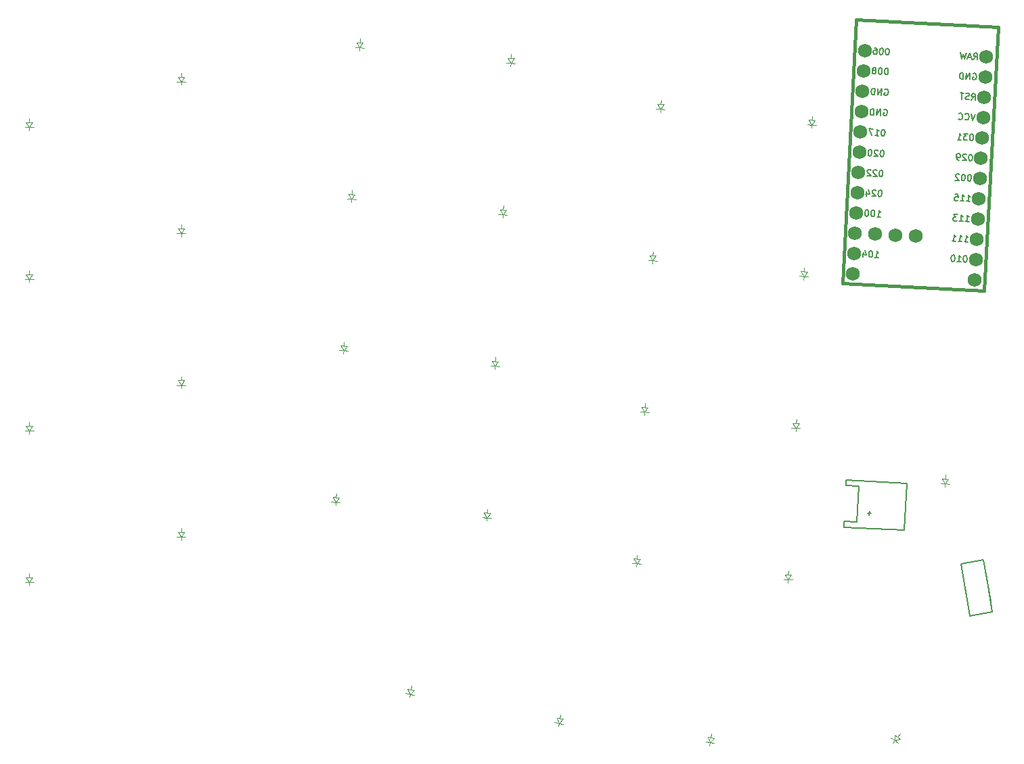
<source format=gbr>
%TF.GenerationSoftware,KiCad,Pcbnew,8.0.4*%
%TF.CreationDate,2024-09-16T15:22:01-06:00*%
%TF.ProjectId,left_board,6c656674-5f62-46f6-9172-642e6b696361,v1.0.0*%
%TF.SameCoordinates,Original*%
%TF.FileFunction,Legend,Bot*%
%TF.FilePolarity,Positive*%
%FSLAX46Y46*%
G04 Gerber Fmt 4.6, Leading zero omitted, Abs format (unit mm)*
G04 Created by KiCad (PCBNEW 8.0.4) date 2024-09-16 15:22:01*
%MOMM*%
%LPD*%
G01*
G04 APERTURE LIST*
%ADD10C,0.150000*%
%ADD11C,0.100000*%
%ADD12C,0.381000*%
%ADD13C,1.752600*%
G04 APERTURE END LIST*
D10*
X264597928Y-113675807D02*
X264521842Y-113671820D01*
X264521842Y-113671820D02*
X264443762Y-113705875D01*
X264443762Y-113705875D02*
X264403725Y-113741925D01*
X264403725Y-113741925D02*
X264361695Y-113816017D01*
X264361695Y-113816017D02*
X264315676Y-113966195D01*
X264315676Y-113966195D02*
X264305708Y-114156410D01*
X264305708Y-114156410D02*
X264335776Y-114310576D01*
X264335776Y-114310576D02*
X264369831Y-114388656D01*
X264369831Y-114388656D02*
X264405881Y-114428693D01*
X264405881Y-114428693D02*
X264479973Y-114470723D01*
X264479973Y-114470723D02*
X264556059Y-114474711D01*
X264556059Y-114474711D02*
X264634139Y-114440655D01*
X264634139Y-114440655D02*
X264674176Y-114404606D01*
X264674176Y-114404606D02*
X264716206Y-114330514D01*
X264716206Y-114330514D02*
X264762224Y-114180335D01*
X264762224Y-114180335D02*
X264772193Y-113990120D01*
X264772193Y-113990120D02*
X264742125Y-113835954D01*
X264742125Y-113835954D02*
X264708069Y-113757875D01*
X264708069Y-113757875D02*
X264672020Y-113717838D01*
X264672020Y-113717838D02*
X264597928Y-113675807D01*
X264023294Y-113721987D02*
X263987245Y-113681950D01*
X263987245Y-113681950D02*
X263913153Y-113639920D01*
X263913153Y-113639920D02*
X263722938Y-113629951D01*
X263722938Y-113629951D02*
X263644858Y-113664007D01*
X263644858Y-113664007D02*
X263604821Y-113700056D01*
X263604821Y-113700056D02*
X263562791Y-113774148D01*
X263562791Y-113774148D02*
X263558803Y-113850234D01*
X263558803Y-113850234D02*
X263590865Y-113966357D01*
X263590865Y-113966357D02*
X264023456Y-114446798D01*
X264023456Y-114446798D02*
X263528897Y-114420880D01*
X263262434Y-113682112D02*
X263226384Y-113642075D01*
X263226384Y-113642075D02*
X263152292Y-113600045D01*
X263152292Y-113600045D02*
X262962077Y-113590076D01*
X262962077Y-113590076D02*
X262883997Y-113624132D01*
X262883997Y-113624132D02*
X262843960Y-113660181D01*
X262843960Y-113660181D02*
X262801930Y-113734273D01*
X262801930Y-113734273D02*
X262797942Y-113810359D01*
X262797942Y-113810359D02*
X262830004Y-113926482D01*
X262830004Y-113926482D02*
X263262595Y-114406923D01*
X263262595Y-114406923D02*
X262768036Y-114381005D01*
X263759595Y-124576872D02*
X264216111Y-124600797D01*
X263987853Y-124588834D02*
X264029722Y-123789931D01*
X264029722Y-123789931D02*
X264099826Y-123908047D01*
X264099826Y-123908047D02*
X264171925Y-123988121D01*
X264171925Y-123988121D02*
X264246017Y-124030151D01*
X263306904Y-123752049D02*
X263230818Y-123748062D01*
X263230818Y-123748062D02*
X263152738Y-123782117D01*
X263152738Y-123782117D02*
X263112701Y-123818167D01*
X263112701Y-123818167D02*
X263070671Y-123892259D01*
X263070671Y-123892259D02*
X263024653Y-124042437D01*
X263024653Y-124042437D02*
X263014684Y-124232652D01*
X263014684Y-124232652D02*
X263044752Y-124386818D01*
X263044752Y-124386818D02*
X263078807Y-124464898D01*
X263078807Y-124464898D02*
X263114857Y-124504935D01*
X263114857Y-124504935D02*
X263188949Y-124546965D01*
X263188949Y-124546965D02*
X263265035Y-124550953D01*
X263265035Y-124550953D02*
X263343115Y-124516897D01*
X263343115Y-124516897D02*
X263383152Y-124480848D01*
X263383152Y-124480848D02*
X263425182Y-124406756D01*
X263425182Y-124406756D02*
X263471200Y-124256577D01*
X263471200Y-124256577D02*
X263481169Y-124066362D01*
X263481169Y-124066362D02*
X263451101Y-123912196D01*
X263451101Y-123912196D02*
X263417045Y-123834117D01*
X263417045Y-123834117D02*
X263380996Y-123794080D01*
X263380996Y-123794080D02*
X263306904Y-123752049D01*
X262341872Y-123968507D02*
X262313959Y-124501109D01*
X262548037Y-123674131D02*
X262708346Y-124254745D01*
X262708346Y-124254745D02*
X262213786Y-124228827D01*
X275791635Y-111688918D02*
X275715549Y-111684931D01*
X275715549Y-111684931D02*
X275637469Y-111718986D01*
X275637469Y-111718986D02*
X275597432Y-111755036D01*
X275597432Y-111755036D02*
X275555402Y-111829128D01*
X275555402Y-111829128D02*
X275509383Y-111979306D01*
X275509383Y-111979306D02*
X275499415Y-112169521D01*
X275499415Y-112169521D02*
X275529483Y-112323687D01*
X275529483Y-112323687D02*
X275563538Y-112401767D01*
X275563538Y-112401767D02*
X275599588Y-112441804D01*
X275599588Y-112441804D02*
X275673680Y-112483834D01*
X275673680Y-112483834D02*
X275749766Y-112487822D01*
X275749766Y-112487822D02*
X275827846Y-112453766D01*
X275827846Y-112453766D02*
X275867883Y-112417717D01*
X275867883Y-112417717D02*
X275909913Y-112343625D01*
X275909913Y-112343625D02*
X275955931Y-112193446D01*
X275955931Y-112193446D02*
X275965900Y-112003231D01*
X275965900Y-112003231D02*
X275935832Y-111849065D01*
X275935832Y-111849065D02*
X275901776Y-111770986D01*
X275901776Y-111770986D02*
X275865727Y-111730949D01*
X275865727Y-111730949D02*
X275791635Y-111688918D01*
X275217001Y-111735098D02*
X275180952Y-111695061D01*
X275180952Y-111695061D02*
X275106860Y-111653031D01*
X275106860Y-111653031D02*
X274916645Y-111643062D01*
X274916645Y-111643062D02*
X274838565Y-111677118D01*
X274838565Y-111677118D02*
X274798528Y-111713167D01*
X274798528Y-111713167D02*
X274756498Y-111787259D01*
X274756498Y-111787259D02*
X274752510Y-111863345D01*
X274752510Y-111863345D02*
X274784572Y-111979468D01*
X274784572Y-111979468D02*
X275217163Y-112459909D01*
X275217163Y-112459909D02*
X274722604Y-112433991D01*
X274342173Y-112414053D02*
X274190001Y-112406078D01*
X274190001Y-112406078D02*
X274115909Y-112364048D01*
X274115909Y-112364048D02*
X274079860Y-112324011D01*
X274079860Y-112324011D02*
X274009755Y-112205894D01*
X274009755Y-112205894D02*
X273979687Y-112051728D01*
X273979687Y-112051728D02*
X273995637Y-111747384D01*
X273995637Y-111747384D02*
X274037667Y-111673292D01*
X274037667Y-111673292D02*
X274077704Y-111637243D01*
X274077704Y-111637243D02*
X274155784Y-111603187D01*
X274155784Y-111603187D02*
X274307956Y-111611162D01*
X274307956Y-111611162D02*
X274382048Y-111653193D01*
X274382048Y-111653193D02*
X274418098Y-111693229D01*
X274418098Y-111693229D02*
X274452153Y-111771309D01*
X274452153Y-111771309D02*
X274442184Y-111961524D01*
X274442184Y-111961524D02*
X274400154Y-112035617D01*
X274400154Y-112035617D02*
X274360117Y-112071666D01*
X274360117Y-112071666D02*
X274282037Y-112105721D01*
X274282037Y-112105721D02*
X274129865Y-112097746D01*
X274129865Y-112097746D02*
X274055773Y-112055716D01*
X274055773Y-112055716D02*
X274019724Y-112015679D01*
X274019724Y-112015679D02*
X273985668Y-111937599D01*
X276103764Y-99788946D02*
X276390003Y-99422472D01*
X276560281Y-99812871D02*
X276602149Y-99013967D01*
X276602149Y-99013967D02*
X276297805Y-98998017D01*
X276297805Y-98998017D02*
X276219725Y-99032073D01*
X276219725Y-99032073D02*
X276179689Y-99068122D01*
X276179689Y-99068122D02*
X276137658Y-99142214D01*
X276137658Y-99142214D02*
X276131677Y-99256343D01*
X276131677Y-99256343D02*
X276165732Y-99334423D01*
X276165732Y-99334423D02*
X276201782Y-99374460D01*
X276201782Y-99374460D02*
X276275874Y-99416490D01*
X276275874Y-99416490D02*
X276580218Y-99432440D01*
X275811383Y-99544737D02*
X275430952Y-99524800D01*
X275875506Y-99776983D02*
X275651074Y-98964123D01*
X275651074Y-98964123D02*
X275342904Y-99749071D01*
X275194558Y-98940198D02*
X274962474Y-99729133D01*
X274962474Y-99729133D02*
X274840208Y-99150513D01*
X274840208Y-99150513D02*
X274658130Y-99713183D01*
X274658130Y-99713183D02*
X274509783Y-98904311D01*
X265397098Y-98426734D02*
X265321012Y-98422747D01*
X265321012Y-98422747D02*
X265242932Y-98456802D01*
X265242932Y-98456802D02*
X265202895Y-98492852D01*
X265202895Y-98492852D02*
X265160865Y-98566944D01*
X265160865Y-98566944D02*
X265114846Y-98717122D01*
X265114846Y-98717122D02*
X265104878Y-98907337D01*
X265104878Y-98907337D02*
X265134946Y-99061503D01*
X265134946Y-99061503D02*
X265169001Y-99139583D01*
X265169001Y-99139583D02*
X265205051Y-99179620D01*
X265205051Y-99179620D02*
X265279143Y-99221650D01*
X265279143Y-99221650D02*
X265355229Y-99225638D01*
X265355229Y-99225638D02*
X265433309Y-99191582D01*
X265433309Y-99191582D02*
X265473346Y-99155533D01*
X265473346Y-99155533D02*
X265515376Y-99081441D01*
X265515376Y-99081441D02*
X265561394Y-98931262D01*
X265561394Y-98931262D02*
X265571363Y-98741047D01*
X265571363Y-98741047D02*
X265541295Y-98586881D01*
X265541295Y-98586881D02*
X265507239Y-98508802D01*
X265507239Y-98508802D02*
X265471190Y-98468765D01*
X265471190Y-98468765D02*
X265397098Y-98426734D01*
X264636237Y-98386859D02*
X264560151Y-98382872D01*
X264560151Y-98382872D02*
X264482071Y-98416927D01*
X264482071Y-98416927D02*
X264442034Y-98452977D01*
X264442034Y-98452977D02*
X264400004Y-98527069D01*
X264400004Y-98527069D02*
X264353986Y-98677247D01*
X264353986Y-98677247D02*
X264344017Y-98867462D01*
X264344017Y-98867462D02*
X264374085Y-99021628D01*
X264374085Y-99021628D02*
X264408140Y-99099708D01*
X264408140Y-99099708D02*
X264444190Y-99139745D01*
X264444190Y-99139745D02*
X264518282Y-99181775D01*
X264518282Y-99181775D02*
X264594368Y-99185763D01*
X264594368Y-99185763D02*
X264672448Y-99151707D01*
X264672448Y-99151707D02*
X264712485Y-99115658D01*
X264712485Y-99115658D02*
X264754515Y-99041566D01*
X264754515Y-99041566D02*
X264800533Y-98891387D01*
X264800533Y-98891387D02*
X264810502Y-98701172D01*
X264810502Y-98701172D02*
X264780434Y-98547006D01*
X264780434Y-98547006D02*
X264746378Y-98468927D01*
X264746378Y-98468927D02*
X264710329Y-98428890D01*
X264710329Y-98428890D02*
X264636237Y-98386859D01*
X263685161Y-98337016D02*
X263837333Y-98344991D01*
X263837333Y-98344991D02*
X263911425Y-98387021D01*
X263911425Y-98387021D02*
X263947475Y-98427058D01*
X263947475Y-98427058D02*
X264017579Y-98545174D01*
X264017579Y-98545174D02*
X264047647Y-98699340D01*
X264047647Y-98699340D02*
X264031697Y-99003685D01*
X264031697Y-99003685D02*
X263989667Y-99077777D01*
X263989667Y-99077777D02*
X263949630Y-99113826D01*
X263949630Y-99113826D02*
X263871550Y-99147882D01*
X263871550Y-99147882D02*
X263719378Y-99139907D01*
X263719378Y-99139907D02*
X263645286Y-99097876D01*
X263645286Y-99097876D02*
X263609237Y-99057839D01*
X263609237Y-99057839D02*
X263575181Y-98979760D01*
X263575181Y-98979760D02*
X263585150Y-98789544D01*
X263585150Y-98789544D02*
X263627180Y-98715452D01*
X263627180Y-98715452D02*
X263667217Y-98679403D01*
X263667217Y-98679403D02*
X263745297Y-98645347D01*
X263745297Y-98645347D02*
X263897469Y-98653322D01*
X263897469Y-98653322D02*
X263971561Y-98695353D01*
X263971561Y-98695353D02*
X264007611Y-98735390D01*
X264007611Y-98735390D02*
X264041666Y-98813469D01*
X274951732Y-122619942D02*
X275408248Y-122643867D01*
X275179990Y-122631904D02*
X275221859Y-121833001D01*
X275221859Y-121833001D02*
X275291963Y-121951117D01*
X275291963Y-121951117D02*
X275364062Y-122031191D01*
X275364062Y-122031191D02*
X275438154Y-122073221D01*
X274190871Y-122580067D02*
X274647387Y-122603992D01*
X274419129Y-122592029D02*
X274460998Y-121793126D01*
X274460998Y-121793126D02*
X274531103Y-121911242D01*
X274531103Y-121911242D02*
X274603201Y-121991316D01*
X274603201Y-121991316D02*
X274677293Y-122033346D01*
X273430010Y-122540192D02*
X273886526Y-122564117D01*
X273658268Y-122552154D02*
X273700137Y-121753251D01*
X273700137Y-121753251D02*
X273770242Y-121871367D01*
X273770242Y-121871367D02*
X273842340Y-121951441D01*
X273842340Y-121951441D02*
X273916433Y-121993471D01*
X264882173Y-106068354D02*
X264960253Y-106034298D01*
X264960253Y-106034298D02*
X265074382Y-106040279D01*
X265074382Y-106040279D02*
X265186518Y-106084304D01*
X265186518Y-106084304D02*
X265258616Y-106164377D01*
X265258616Y-106164377D02*
X265292672Y-106242457D01*
X265292672Y-106242457D02*
X265322740Y-106396623D01*
X265322740Y-106396623D02*
X265316758Y-106510752D01*
X265316758Y-106510752D02*
X265270740Y-106660930D01*
X265270740Y-106660930D02*
X265228710Y-106735023D01*
X265228710Y-106735023D02*
X265148636Y-106807121D01*
X265148636Y-106807121D02*
X265032513Y-106839183D01*
X265032513Y-106839183D02*
X264956427Y-106835195D01*
X264956427Y-106835195D02*
X264844292Y-106791171D01*
X264844292Y-106791171D02*
X264808243Y-106751134D01*
X264808243Y-106751134D02*
X264822199Y-106484833D01*
X264822199Y-106484833D02*
X264974371Y-106492808D01*
X264461868Y-106809277D02*
X264503737Y-106010373D01*
X264503737Y-106010373D02*
X264005352Y-106785352D01*
X264005352Y-106785352D02*
X264047220Y-105986448D01*
X263624922Y-106765414D02*
X263666790Y-105966511D01*
X263666790Y-105966511D02*
X263476575Y-105956542D01*
X263476575Y-105956542D02*
X263360452Y-105988604D01*
X263360452Y-105988604D02*
X263280379Y-106060702D01*
X263280379Y-106060702D02*
X263238348Y-106134794D01*
X263238348Y-106134794D02*
X263192330Y-106284973D01*
X263192330Y-106284973D02*
X263186349Y-106399102D01*
X263186349Y-106399102D02*
X263216417Y-106553268D01*
X263216417Y-106553268D02*
X263250473Y-106631348D01*
X263250473Y-106631348D02*
X263322571Y-106711421D01*
X263322571Y-106711421D02*
X263434706Y-106755445D01*
X263434706Y-106755445D02*
X263624922Y-106765414D01*
X275084665Y-120083423D02*
X275541181Y-120107348D01*
X275312923Y-120095385D02*
X275354792Y-119296482D01*
X275354792Y-119296482D02*
X275424896Y-119414598D01*
X275424896Y-119414598D02*
X275496995Y-119494672D01*
X275496995Y-119494672D02*
X275571087Y-119536702D01*
X274323804Y-120043548D02*
X274780320Y-120067473D01*
X274552062Y-120055510D02*
X274593931Y-119256607D01*
X274593931Y-119256607D02*
X274664036Y-119374723D01*
X274664036Y-119374723D02*
X274736134Y-119454797D01*
X274736134Y-119454797D02*
X274810226Y-119496827D01*
X274099371Y-119230688D02*
X273604812Y-119204769D01*
X273604812Y-119204769D02*
X273855163Y-119523070D01*
X273855163Y-119523070D02*
X273741034Y-119517088D01*
X273741034Y-119517088D02*
X273662954Y-119551144D01*
X273662954Y-119551144D02*
X273622917Y-119587193D01*
X273622917Y-119587193D02*
X273580887Y-119661285D01*
X273580887Y-119661285D02*
X273570918Y-119851501D01*
X273570918Y-119851501D02*
X273604974Y-119929580D01*
X273604974Y-119929580D02*
X273641023Y-119969617D01*
X273641023Y-119969617D02*
X273715115Y-120011648D01*
X273715115Y-120011648D02*
X273943373Y-120023610D01*
X273943373Y-120023610D02*
X274021453Y-119989555D01*
X274021453Y-119989555D02*
X274061490Y-119953505D01*
X265015107Y-103531835D02*
X265093187Y-103497779D01*
X265093187Y-103497779D02*
X265207316Y-103503760D01*
X265207316Y-103503760D02*
X265319452Y-103547785D01*
X265319452Y-103547785D02*
X265391550Y-103627858D01*
X265391550Y-103627858D02*
X265425606Y-103705938D01*
X265425606Y-103705938D02*
X265455674Y-103860104D01*
X265455674Y-103860104D02*
X265449692Y-103974233D01*
X265449692Y-103974233D02*
X265403674Y-104124411D01*
X265403674Y-104124411D02*
X265361644Y-104198504D01*
X265361644Y-104198504D02*
X265281570Y-104270602D01*
X265281570Y-104270602D02*
X265165447Y-104302664D01*
X265165447Y-104302664D02*
X265089361Y-104298676D01*
X265089361Y-104298676D02*
X264977226Y-104254652D01*
X264977226Y-104254652D02*
X264941177Y-104214615D01*
X264941177Y-104214615D02*
X264955133Y-103948314D01*
X264955133Y-103948314D02*
X265107305Y-103956289D01*
X264594802Y-104272758D02*
X264636671Y-103473854D01*
X264636671Y-103473854D02*
X264138286Y-104248833D01*
X264138286Y-104248833D02*
X264180154Y-103449929D01*
X263757856Y-104228895D02*
X263799724Y-103429992D01*
X263799724Y-103429992D02*
X263609509Y-103420023D01*
X263609509Y-103420023D02*
X263493386Y-103452085D01*
X263493386Y-103452085D02*
X263413313Y-103524183D01*
X263413313Y-103524183D02*
X263371282Y-103598275D01*
X263371282Y-103598275D02*
X263325264Y-103748454D01*
X263325264Y-103748454D02*
X263319283Y-103862583D01*
X263319283Y-103862583D02*
X263349351Y-104016749D01*
X263349351Y-104016749D02*
X263383407Y-104094829D01*
X263383407Y-104094829D02*
X263455505Y-104174902D01*
X263455505Y-104174902D02*
X263567640Y-104218926D01*
X263567640Y-104218926D02*
X263757856Y-104228895D01*
X276323803Y-106629837D02*
X276015633Y-107414784D01*
X276015633Y-107414784D02*
X275791200Y-106601924D01*
X275030502Y-107286860D02*
X275066551Y-107326897D01*
X275066551Y-107326897D02*
X275178687Y-107370921D01*
X275178687Y-107370921D02*
X275254773Y-107374909D01*
X275254773Y-107374909D02*
X275370895Y-107342847D01*
X275370895Y-107342847D02*
X275450969Y-107270749D01*
X275450969Y-107270749D02*
X275493000Y-107196656D01*
X275493000Y-107196656D02*
X275539018Y-107046478D01*
X275539018Y-107046478D02*
X275544999Y-106932349D01*
X275544999Y-106932349D02*
X275514931Y-106778183D01*
X275514931Y-106778183D02*
X275480875Y-106700103D01*
X275480875Y-106700103D02*
X275408777Y-106620030D01*
X275408777Y-106620030D02*
X275296641Y-106576005D01*
X275296641Y-106576005D02*
X275220555Y-106572018D01*
X275220555Y-106572018D02*
X275104432Y-106604080D01*
X275104432Y-106604080D02*
X275064396Y-106640129D01*
X274231598Y-107244992D02*
X274267648Y-107285028D01*
X274267648Y-107285028D02*
X274379783Y-107329053D01*
X274379783Y-107329053D02*
X274455869Y-107333040D01*
X274455869Y-107333040D02*
X274571992Y-107300978D01*
X274571992Y-107300978D02*
X274652065Y-107228880D01*
X274652065Y-107228880D02*
X274694096Y-107154788D01*
X274694096Y-107154788D02*
X274740114Y-107004609D01*
X274740114Y-107004609D02*
X274746095Y-106890480D01*
X274746095Y-106890480D02*
X274716027Y-106736314D01*
X274716027Y-106736314D02*
X274681972Y-106658234D01*
X274681972Y-106658234D02*
X274609873Y-106578161D01*
X274609873Y-106578161D02*
X274497738Y-106534137D01*
X274497738Y-106534137D02*
X274421652Y-106530149D01*
X274421652Y-106530149D02*
X274305529Y-106562211D01*
X274305529Y-106562211D02*
X274265492Y-106598260D01*
X275126968Y-124371513D02*
X275050882Y-124367526D01*
X275050882Y-124367526D02*
X274972802Y-124401581D01*
X274972802Y-124401581D02*
X274932765Y-124437631D01*
X274932765Y-124437631D02*
X274890735Y-124511723D01*
X274890735Y-124511723D02*
X274844716Y-124661901D01*
X274844716Y-124661901D02*
X274834748Y-124852116D01*
X274834748Y-124852116D02*
X274864816Y-125006282D01*
X274864816Y-125006282D02*
X274898871Y-125084362D01*
X274898871Y-125084362D02*
X274934921Y-125124399D01*
X274934921Y-125124399D02*
X275009013Y-125166429D01*
X275009013Y-125166429D02*
X275085099Y-125170417D01*
X275085099Y-125170417D02*
X275163179Y-125136361D01*
X275163179Y-125136361D02*
X275203216Y-125100312D01*
X275203216Y-125100312D02*
X275245246Y-125026220D01*
X275245246Y-125026220D02*
X275291264Y-124876041D01*
X275291264Y-124876041D02*
X275301233Y-124685826D01*
X275301233Y-124685826D02*
X275271165Y-124531660D01*
X275271165Y-124531660D02*
X275237109Y-124453581D01*
X275237109Y-124453581D02*
X275201060Y-124413544D01*
X275201060Y-124413544D02*
X275126968Y-124371513D01*
X274057937Y-125116586D02*
X274514453Y-125140511D01*
X274286195Y-125128548D02*
X274328064Y-124329645D01*
X274328064Y-124329645D02*
X274398169Y-124447761D01*
X274398169Y-124447761D02*
X274470267Y-124527835D01*
X274470267Y-124527835D02*
X274544359Y-124569865D01*
X273605246Y-124291763D02*
X273529160Y-124287776D01*
X273529160Y-124287776D02*
X273451080Y-124321831D01*
X273451080Y-124321831D02*
X273411043Y-124357881D01*
X273411043Y-124357881D02*
X273369013Y-124431973D01*
X273369013Y-124431973D02*
X273322995Y-124582151D01*
X273322995Y-124582151D02*
X273313026Y-124772366D01*
X273313026Y-124772366D02*
X273343094Y-124926532D01*
X273343094Y-124926532D02*
X273377150Y-125004612D01*
X273377150Y-125004612D02*
X273413199Y-125044649D01*
X273413199Y-125044649D02*
X273487291Y-125086679D01*
X273487291Y-125086679D02*
X273563377Y-125090667D01*
X273563377Y-125090667D02*
X273641457Y-125056611D01*
X273641457Y-125056611D02*
X273681494Y-125020562D01*
X273681494Y-125020562D02*
X273723524Y-124946470D01*
X273723524Y-124946470D02*
X273769542Y-124796291D01*
X273769542Y-124796291D02*
X273779511Y-124606076D01*
X273779511Y-124606076D02*
X273749443Y-124451910D01*
X273749443Y-124451910D02*
X273715388Y-124373831D01*
X273715388Y-124373831D02*
X273679338Y-124333794D01*
X273679338Y-124333794D02*
X273605246Y-124291763D01*
X276048748Y-101566598D02*
X276126828Y-101532542D01*
X276126828Y-101532542D02*
X276240957Y-101538523D01*
X276240957Y-101538523D02*
X276353093Y-101582548D01*
X276353093Y-101582548D02*
X276425191Y-101662621D01*
X276425191Y-101662621D02*
X276459247Y-101740701D01*
X276459247Y-101740701D02*
X276489315Y-101894867D01*
X276489315Y-101894867D02*
X276483333Y-102008996D01*
X276483333Y-102008996D02*
X276437315Y-102159174D01*
X276437315Y-102159174D02*
X276395285Y-102233267D01*
X276395285Y-102233267D02*
X276315211Y-102305365D01*
X276315211Y-102305365D02*
X276199088Y-102337427D01*
X276199088Y-102337427D02*
X276123002Y-102333439D01*
X276123002Y-102333439D02*
X276010867Y-102289415D01*
X276010867Y-102289415D02*
X275974818Y-102249378D01*
X275974818Y-102249378D02*
X275988774Y-101983077D01*
X275988774Y-101983077D02*
X276140946Y-101991052D01*
X275628443Y-102307521D02*
X275670312Y-101508617D01*
X275670312Y-101508617D02*
X275171927Y-102283596D01*
X275171927Y-102283596D02*
X275213795Y-101484692D01*
X274791497Y-102263658D02*
X274833365Y-101464755D01*
X274833365Y-101464755D02*
X274643150Y-101454786D01*
X274643150Y-101454786D02*
X274527027Y-101486848D01*
X274527027Y-101486848D02*
X274446954Y-101558946D01*
X274446954Y-101558946D02*
X274404923Y-101633038D01*
X274404923Y-101633038D02*
X274358905Y-101783217D01*
X274358905Y-101783217D02*
X274352924Y-101897346D01*
X274352924Y-101897346D02*
X274382992Y-102051512D01*
X274382992Y-102051512D02*
X274417048Y-102129592D01*
X274417048Y-102129592D02*
X274489146Y-102209665D01*
X274489146Y-102209665D02*
X274601281Y-102253689D01*
X274601281Y-102253689D02*
X274791497Y-102263658D01*
X275658702Y-114225437D02*
X275582616Y-114221450D01*
X275582616Y-114221450D02*
X275504536Y-114255505D01*
X275504536Y-114255505D02*
X275464499Y-114291555D01*
X275464499Y-114291555D02*
X275422469Y-114365647D01*
X275422469Y-114365647D02*
X275376450Y-114515825D01*
X275376450Y-114515825D02*
X275366482Y-114706040D01*
X275366482Y-114706040D02*
X275396550Y-114860206D01*
X275396550Y-114860206D02*
X275430605Y-114938286D01*
X275430605Y-114938286D02*
X275466655Y-114978323D01*
X275466655Y-114978323D02*
X275540747Y-115020353D01*
X275540747Y-115020353D02*
X275616833Y-115024341D01*
X275616833Y-115024341D02*
X275694913Y-114990285D01*
X275694913Y-114990285D02*
X275734950Y-114954236D01*
X275734950Y-114954236D02*
X275776980Y-114880144D01*
X275776980Y-114880144D02*
X275822998Y-114729965D01*
X275822998Y-114729965D02*
X275832967Y-114539750D01*
X275832967Y-114539750D02*
X275802899Y-114385584D01*
X275802899Y-114385584D02*
X275768843Y-114307505D01*
X275768843Y-114307505D02*
X275732794Y-114267468D01*
X275732794Y-114267468D02*
X275658702Y-114225437D01*
X274897841Y-114185562D02*
X274821755Y-114181575D01*
X274821755Y-114181575D02*
X274743675Y-114215630D01*
X274743675Y-114215630D02*
X274703638Y-114251680D01*
X274703638Y-114251680D02*
X274661608Y-114325772D01*
X274661608Y-114325772D02*
X274615590Y-114475950D01*
X274615590Y-114475950D02*
X274605621Y-114666165D01*
X274605621Y-114666165D02*
X274635689Y-114820331D01*
X274635689Y-114820331D02*
X274669744Y-114898411D01*
X274669744Y-114898411D02*
X274705794Y-114938448D01*
X274705794Y-114938448D02*
X274779886Y-114980478D01*
X274779886Y-114980478D02*
X274855972Y-114984466D01*
X274855972Y-114984466D02*
X274934052Y-114950410D01*
X274934052Y-114950410D02*
X274974089Y-114914361D01*
X274974089Y-114914361D02*
X275016119Y-114840269D01*
X275016119Y-114840269D02*
X275062137Y-114690090D01*
X275062137Y-114690090D02*
X275072106Y-114499875D01*
X275072106Y-114499875D02*
X275042038Y-114345709D01*
X275042038Y-114345709D02*
X275007982Y-114267630D01*
X275007982Y-114267630D02*
X274971933Y-114227593D01*
X274971933Y-114227593D02*
X274897841Y-114185562D01*
X274323208Y-114231742D02*
X274287158Y-114191705D01*
X274287158Y-114191705D02*
X274213066Y-114149675D01*
X274213066Y-114149675D02*
X274022851Y-114139706D01*
X274022851Y-114139706D02*
X273944771Y-114173762D01*
X273944771Y-114173762D02*
X273904734Y-114209811D01*
X273904734Y-114209811D02*
X273862704Y-114283903D01*
X273862704Y-114283903D02*
X273858716Y-114359989D01*
X273858716Y-114359989D02*
X273890778Y-114476112D01*
X273890778Y-114476112D02*
X274323369Y-114956553D01*
X274323369Y-114956553D02*
X273828810Y-114930635D01*
X264025461Y-119503834D02*
X264481977Y-119527759D01*
X264253719Y-119515796D02*
X264295588Y-118716893D01*
X264295588Y-118716893D02*
X264365692Y-118835009D01*
X264365692Y-118835009D02*
X264437791Y-118915083D01*
X264437791Y-118915083D02*
X264511883Y-118957113D01*
X263572770Y-118679011D02*
X263496684Y-118675024D01*
X263496684Y-118675024D02*
X263418604Y-118709079D01*
X263418604Y-118709079D02*
X263378567Y-118745129D01*
X263378567Y-118745129D02*
X263336537Y-118819221D01*
X263336537Y-118819221D02*
X263290519Y-118969399D01*
X263290519Y-118969399D02*
X263280550Y-119159614D01*
X263280550Y-119159614D02*
X263310618Y-119313780D01*
X263310618Y-119313780D02*
X263344673Y-119391860D01*
X263344673Y-119391860D02*
X263380723Y-119431897D01*
X263380723Y-119431897D02*
X263454815Y-119473927D01*
X263454815Y-119473927D02*
X263530901Y-119477915D01*
X263530901Y-119477915D02*
X263608981Y-119443859D01*
X263608981Y-119443859D02*
X263649018Y-119407810D01*
X263649018Y-119407810D02*
X263691048Y-119333718D01*
X263691048Y-119333718D02*
X263737066Y-119183539D01*
X263737066Y-119183539D02*
X263747035Y-118993324D01*
X263747035Y-118993324D02*
X263716967Y-118839158D01*
X263716967Y-118839158D02*
X263682911Y-118761079D01*
X263682911Y-118761079D02*
X263646862Y-118721042D01*
X263646862Y-118721042D02*
X263572770Y-118679011D01*
X262811909Y-118639136D02*
X262735823Y-118635149D01*
X262735823Y-118635149D02*
X262657743Y-118669204D01*
X262657743Y-118669204D02*
X262617706Y-118705254D01*
X262617706Y-118705254D02*
X262575676Y-118779346D01*
X262575676Y-118779346D02*
X262529658Y-118929524D01*
X262529658Y-118929524D02*
X262519689Y-119119739D01*
X262519689Y-119119739D02*
X262549757Y-119273905D01*
X262549757Y-119273905D02*
X262583813Y-119351985D01*
X262583813Y-119351985D02*
X262619862Y-119392022D01*
X262619862Y-119392022D02*
X262693954Y-119434052D01*
X262693954Y-119434052D02*
X262770040Y-119438040D01*
X262770040Y-119438040D02*
X262848120Y-119403984D01*
X262848120Y-119403984D02*
X262888157Y-119367935D01*
X262888157Y-119367935D02*
X262930187Y-119293843D01*
X262930187Y-119293843D02*
X262976205Y-119143664D01*
X262976205Y-119143664D02*
X262986174Y-118953449D01*
X262986174Y-118953449D02*
X262956106Y-118799283D01*
X262956106Y-118799283D02*
X262922051Y-118721204D01*
X262922051Y-118721204D02*
X262886001Y-118681167D01*
X262886001Y-118681167D02*
X262811909Y-118639136D01*
X265267828Y-100893349D02*
X265191742Y-100889362D01*
X265191742Y-100889362D02*
X265113662Y-100923417D01*
X265113662Y-100923417D02*
X265073625Y-100959467D01*
X265073625Y-100959467D02*
X265031595Y-101033559D01*
X265031595Y-101033559D02*
X264985576Y-101183737D01*
X264985576Y-101183737D02*
X264975608Y-101373952D01*
X264975608Y-101373952D02*
X265005676Y-101528118D01*
X265005676Y-101528118D02*
X265039731Y-101606198D01*
X265039731Y-101606198D02*
X265075781Y-101646235D01*
X265075781Y-101646235D02*
X265149873Y-101688265D01*
X265149873Y-101688265D02*
X265225959Y-101692253D01*
X265225959Y-101692253D02*
X265304039Y-101658197D01*
X265304039Y-101658197D02*
X265344076Y-101622148D01*
X265344076Y-101622148D02*
X265386106Y-101548056D01*
X265386106Y-101548056D02*
X265432124Y-101397877D01*
X265432124Y-101397877D02*
X265442093Y-101207662D01*
X265442093Y-101207662D02*
X265412025Y-101053496D01*
X265412025Y-101053496D02*
X265377969Y-100975417D01*
X265377969Y-100975417D02*
X265341920Y-100935380D01*
X265341920Y-100935380D02*
X265267828Y-100893349D01*
X264506967Y-100853474D02*
X264430881Y-100849487D01*
X264430881Y-100849487D02*
X264352801Y-100883542D01*
X264352801Y-100883542D02*
X264312764Y-100919592D01*
X264312764Y-100919592D02*
X264270734Y-100993684D01*
X264270734Y-100993684D02*
X264224716Y-101143862D01*
X264224716Y-101143862D02*
X264214747Y-101334077D01*
X264214747Y-101334077D02*
X264244815Y-101488243D01*
X264244815Y-101488243D02*
X264278870Y-101566323D01*
X264278870Y-101566323D02*
X264314920Y-101606360D01*
X264314920Y-101606360D02*
X264389012Y-101648390D01*
X264389012Y-101648390D02*
X264465098Y-101652378D01*
X264465098Y-101652378D02*
X264543178Y-101618322D01*
X264543178Y-101618322D02*
X264583215Y-101582273D01*
X264583215Y-101582273D02*
X264625245Y-101508181D01*
X264625245Y-101508181D02*
X264671263Y-101358002D01*
X264671263Y-101358002D02*
X264681232Y-101167787D01*
X264681232Y-101167787D02*
X264651164Y-101013621D01*
X264651164Y-101013621D02*
X264617108Y-100935542D01*
X264617108Y-100935542D02*
X264581059Y-100895505D01*
X264581059Y-100895505D02*
X264506967Y-100853474D01*
X263766205Y-101157980D02*
X263844285Y-101123925D01*
X263844285Y-101123925D02*
X263884322Y-101087876D01*
X263884322Y-101087876D02*
X263926352Y-101013783D01*
X263926352Y-101013783D02*
X263928346Y-100975740D01*
X263928346Y-100975740D02*
X263894291Y-100897660D01*
X263894291Y-100897660D02*
X263858241Y-100857624D01*
X263858241Y-100857624D02*
X263784149Y-100815593D01*
X263784149Y-100815593D02*
X263631977Y-100807618D01*
X263631977Y-100807618D02*
X263553897Y-100841674D01*
X263553897Y-100841674D02*
X263513860Y-100877723D01*
X263513860Y-100877723D02*
X263471830Y-100951815D01*
X263471830Y-100951815D02*
X263469836Y-100989858D01*
X263469836Y-100989858D02*
X263503892Y-101067938D01*
X263503892Y-101067938D02*
X263539941Y-101107975D01*
X263539941Y-101107975D02*
X263614033Y-101150005D01*
X263614033Y-101150005D02*
X263766205Y-101157980D01*
X263766205Y-101157980D02*
X263840298Y-101200011D01*
X263840298Y-101200011D02*
X263876347Y-101240048D01*
X263876347Y-101240048D02*
X263910402Y-101318127D01*
X263910402Y-101318127D02*
X263902427Y-101470300D01*
X263902427Y-101470300D02*
X263860397Y-101544392D01*
X263860397Y-101544392D02*
X263820360Y-101580441D01*
X263820360Y-101580441D02*
X263742280Y-101614497D01*
X263742280Y-101614497D02*
X263590108Y-101606522D01*
X263590108Y-101606522D02*
X263516016Y-101564491D01*
X263516016Y-101564491D02*
X263479967Y-101524454D01*
X263479967Y-101524454D02*
X263445911Y-101446375D01*
X263445911Y-101446375D02*
X263453886Y-101294202D01*
X263453886Y-101294202D02*
X263495917Y-101220110D01*
X263495917Y-101220110D02*
X263535953Y-101184061D01*
X263535953Y-101184061D02*
X263614033Y-101150005D01*
X275837896Y-104861983D02*
X276124135Y-104495509D01*
X276294412Y-104885908D02*
X276336281Y-104087005D01*
X276336281Y-104087005D02*
X276031937Y-104071055D01*
X276031937Y-104071055D02*
X275953857Y-104105110D01*
X275953857Y-104105110D02*
X275913820Y-104141160D01*
X275913820Y-104141160D02*
X275871790Y-104215252D01*
X275871790Y-104215252D02*
X275865809Y-104329381D01*
X275865809Y-104329381D02*
X275899864Y-104407461D01*
X275899864Y-104407461D02*
X275935913Y-104447498D01*
X275935913Y-104447498D02*
X276010006Y-104489528D01*
X276010006Y-104489528D02*
X276314350Y-104505478D01*
X275535546Y-104807990D02*
X275419423Y-104840052D01*
X275419423Y-104840052D02*
X275229208Y-104830083D01*
X275229208Y-104830083D02*
X275155115Y-104788053D01*
X275155115Y-104788053D02*
X275119066Y-104748016D01*
X275119066Y-104748016D02*
X275085010Y-104669936D01*
X275085010Y-104669936D02*
X275088998Y-104593850D01*
X275088998Y-104593850D02*
X275131028Y-104519758D01*
X275131028Y-104519758D02*
X275171065Y-104483709D01*
X275171065Y-104483709D02*
X275249145Y-104449653D01*
X275249145Y-104449653D02*
X275403311Y-104419585D01*
X275403311Y-104419585D02*
X275481391Y-104385529D01*
X275481391Y-104385529D02*
X275521427Y-104349480D01*
X275521427Y-104349480D02*
X275563458Y-104275388D01*
X275563458Y-104275388D02*
X275567446Y-104199302D01*
X275567446Y-104199302D02*
X275533390Y-104121222D01*
X275533390Y-104121222D02*
X275497341Y-104081185D01*
X275497341Y-104081185D02*
X275423248Y-104039155D01*
X275423248Y-104039155D02*
X275233033Y-104029186D01*
X275233033Y-104029186D02*
X275116910Y-104061248D01*
X274890646Y-104011242D02*
X274434129Y-103987317D01*
X274620519Y-104798183D02*
X274662388Y-103999280D01*
X264864841Y-108582797D02*
X264788755Y-108578810D01*
X264788755Y-108578810D02*
X264710675Y-108612865D01*
X264710675Y-108612865D02*
X264670638Y-108648915D01*
X264670638Y-108648915D02*
X264628608Y-108723007D01*
X264628608Y-108723007D02*
X264582589Y-108873185D01*
X264582589Y-108873185D02*
X264572621Y-109063400D01*
X264572621Y-109063400D02*
X264602689Y-109217566D01*
X264602689Y-109217566D02*
X264636744Y-109295646D01*
X264636744Y-109295646D02*
X264672794Y-109335683D01*
X264672794Y-109335683D02*
X264746886Y-109377713D01*
X264746886Y-109377713D02*
X264822972Y-109381701D01*
X264822972Y-109381701D02*
X264901052Y-109347645D01*
X264901052Y-109347645D02*
X264941089Y-109311596D01*
X264941089Y-109311596D02*
X264983119Y-109237504D01*
X264983119Y-109237504D02*
X265029137Y-109087325D01*
X265029137Y-109087325D02*
X265039106Y-108897110D01*
X265039106Y-108897110D02*
X265009038Y-108742944D01*
X265009038Y-108742944D02*
X264974982Y-108664865D01*
X264974982Y-108664865D02*
X264938933Y-108624828D01*
X264938933Y-108624828D02*
X264864841Y-108582797D01*
X263795810Y-109327870D02*
X264252326Y-109351795D01*
X264024068Y-109339832D02*
X264065937Y-108540929D01*
X264065937Y-108540929D02*
X264136042Y-108659045D01*
X264136042Y-108659045D02*
X264208140Y-108739119D01*
X264208140Y-108739119D02*
X264282232Y-108781149D01*
X263571377Y-108515010D02*
X263038775Y-108487097D01*
X263038775Y-108487097D02*
X263339293Y-109303945D01*
X275924568Y-109152399D02*
X275848482Y-109148412D01*
X275848482Y-109148412D02*
X275770402Y-109182467D01*
X275770402Y-109182467D02*
X275730365Y-109218517D01*
X275730365Y-109218517D02*
X275688335Y-109292609D01*
X275688335Y-109292609D02*
X275642316Y-109442787D01*
X275642316Y-109442787D02*
X275632348Y-109633002D01*
X275632348Y-109633002D02*
X275662416Y-109787168D01*
X275662416Y-109787168D02*
X275696471Y-109865248D01*
X275696471Y-109865248D02*
X275732521Y-109905285D01*
X275732521Y-109905285D02*
X275806613Y-109947315D01*
X275806613Y-109947315D02*
X275882699Y-109951303D01*
X275882699Y-109951303D02*
X275960779Y-109917247D01*
X275960779Y-109917247D02*
X276000816Y-109881198D01*
X276000816Y-109881198D02*
X276042846Y-109807106D01*
X276042846Y-109807106D02*
X276088864Y-109656927D01*
X276088864Y-109656927D02*
X276098833Y-109466712D01*
X276098833Y-109466712D02*
X276068765Y-109312546D01*
X276068765Y-109312546D02*
X276034709Y-109234467D01*
X276034709Y-109234467D02*
X275998660Y-109194430D01*
X275998660Y-109194430D02*
X275924568Y-109152399D01*
X275391965Y-109124487D02*
X274897406Y-109098568D01*
X274897406Y-109098568D02*
X275147757Y-109416869D01*
X275147757Y-109416869D02*
X275033628Y-109410887D01*
X275033628Y-109410887D02*
X274955548Y-109444943D01*
X274955548Y-109444943D02*
X274915511Y-109480992D01*
X274915511Y-109480992D02*
X274873481Y-109555084D01*
X274873481Y-109555084D02*
X274863512Y-109745300D01*
X274863512Y-109745300D02*
X274897567Y-109823379D01*
X274897567Y-109823379D02*
X274933617Y-109863416D01*
X274933617Y-109863416D02*
X275007709Y-109905447D01*
X275007709Y-109905447D02*
X275235967Y-109917409D01*
X275235967Y-109917409D02*
X275314047Y-109883354D01*
X275314047Y-109883354D02*
X275354084Y-109847304D01*
X274094676Y-109857597D02*
X274551192Y-109881522D01*
X274322934Y-109869559D02*
X274364803Y-109070656D01*
X274364803Y-109070656D02*
X274434908Y-109188772D01*
X274434908Y-109188772D02*
X274507006Y-109268846D01*
X274507006Y-109268846D02*
X274581099Y-109310876D01*
X275217598Y-117546904D02*
X275674114Y-117570829D01*
X275445856Y-117558866D02*
X275487725Y-116759963D01*
X275487725Y-116759963D02*
X275557829Y-116878079D01*
X275557829Y-116878079D02*
X275629928Y-116958153D01*
X275629928Y-116958153D02*
X275704020Y-117000183D01*
X274456737Y-117507029D02*
X274913253Y-117530954D01*
X274684995Y-117518991D02*
X274726864Y-116720088D01*
X274726864Y-116720088D02*
X274796969Y-116838204D01*
X274796969Y-116838204D02*
X274869067Y-116918278D01*
X274869067Y-116918278D02*
X274943159Y-116960308D01*
X273775788Y-116670244D02*
X274156218Y-116690181D01*
X274156218Y-116690181D02*
X274174324Y-117072605D01*
X274174324Y-117072605D02*
X274138274Y-117032569D01*
X274138274Y-117032569D02*
X274064182Y-116990538D01*
X274064182Y-116990538D02*
X273873967Y-116980569D01*
X273873967Y-116980569D02*
X273795887Y-117014625D01*
X273795887Y-117014625D02*
X273755850Y-117050674D01*
X273755850Y-117050674D02*
X273713820Y-117124766D01*
X273713820Y-117124766D02*
X273703851Y-117314982D01*
X273703851Y-117314982D02*
X273737907Y-117393061D01*
X273737907Y-117393061D02*
X273773956Y-117433098D01*
X273773956Y-117433098D02*
X273848048Y-117475129D01*
X273848048Y-117475129D02*
X274038263Y-117485097D01*
X274038263Y-117485097D02*
X274116343Y-117451042D01*
X274116343Y-117451042D02*
X274156380Y-117414993D01*
X264728768Y-111179233D02*
X264652682Y-111175246D01*
X264652682Y-111175246D02*
X264574602Y-111209301D01*
X264574602Y-111209301D02*
X264534565Y-111245351D01*
X264534565Y-111245351D02*
X264492535Y-111319443D01*
X264492535Y-111319443D02*
X264446516Y-111469621D01*
X264446516Y-111469621D02*
X264436548Y-111659836D01*
X264436548Y-111659836D02*
X264466616Y-111814002D01*
X264466616Y-111814002D02*
X264500671Y-111892082D01*
X264500671Y-111892082D02*
X264536721Y-111932119D01*
X264536721Y-111932119D02*
X264610813Y-111974149D01*
X264610813Y-111974149D02*
X264686899Y-111978137D01*
X264686899Y-111978137D02*
X264764979Y-111944081D01*
X264764979Y-111944081D02*
X264805016Y-111908032D01*
X264805016Y-111908032D02*
X264847046Y-111833940D01*
X264847046Y-111833940D02*
X264893064Y-111683761D01*
X264893064Y-111683761D02*
X264903033Y-111493546D01*
X264903033Y-111493546D02*
X264872965Y-111339380D01*
X264872965Y-111339380D02*
X264838909Y-111261301D01*
X264838909Y-111261301D02*
X264802860Y-111221264D01*
X264802860Y-111221264D02*
X264728768Y-111179233D01*
X264154134Y-111225413D02*
X264118085Y-111185376D01*
X264118085Y-111185376D02*
X264043993Y-111143346D01*
X264043993Y-111143346D02*
X263853778Y-111133377D01*
X263853778Y-111133377D02*
X263775698Y-111167433D01*
X263775698Y-111167433D02*
X263735661Y-111203482D01*
X263735661Y-111203482D02*
X263693631Y-111277574D01*
X263693631Y-111277574D02*
X263689643Y-111353660D01*
X263689643Y-111353660D02*
X263721705Y-111469783D01*
X263721705Y-111469783D02*
X264154296Y-111950224D01*
X264154296Y-111950224D02*
X263659737Y-111924306D01*
X263207046Y-111099483D02*
X263130960Y-111095496D01*
X263130960Y-111095496D02*
X263052880Y-111129551D01*
X263052880Y-111129551D02*
X263012843Y-111165601D01*
X263012843Y-111165601D02*
X262970813Y-111239693D01*
X262970813Y-111239693D02*
X262924795Y-111389871D01*
X262924795Y-111389871D02*
X262914826Y-111580086D01*
X262914826Y-111580086D02*
X262944894Y-111734252D01*
X262944894Y-111734252D02*
X262978950Y-111812332D01*
X262978950Y-111812332D02*
X263014999Y-111852369D01*
X263014999Y-111852369D02*
X263089091Y-111894399D01*
X263089091Y-111894399D02*
X263165177Y-111898387D01*
X263165177Y-111898387D02*
X263243257Y-111864331D01*
X263243257Y-111864331D02*
X263283294Y-111828282D01*
X263283294Y-111828282D02*
X263325324Y-111754190D01*
X263325324Y-111754190D02*
X263371342Y-111604011D01*
X263371342Y-111604011D02*
X263381311Y-111413796D01*
X263381311Y-111413796D02*
X263351243Y-111259630D01*
X263351243Y-111259630D02*
X263317188Y-111181551D01*
X263317188Y-111181551D02*
X263281138Y-111141514D01*
X263281138Y-111141514D02*
X263207046Y-111099483D01*
X264466565Y-116182367D02*
X264390479Y-116178380D01*
X264390479Y-116178380D02*
X264312399Y-116212435D01*
X264312399Y-116212435D02*
X264272362Y-116248485D01*
X264272362Y-116248485D02*
X264230332Y-116322577D01*
X264230332Y-116322577D02*
X264184313Y-116472755D01*
X264184313Y-116472755D02*
X264174345Y-116662970D01*
X264174345Y-116662970D02*
X264204413Y-116817136D01*
X264204413Y-116817136D02*
X264238468Y-116895216D01*
X264238468Y-116895216D02*
X264274518Y-116935253D01*
X264274518Y-116935253D02*
X264348610Y-116977283D01*
X264348610Y-116977283D02*
X264424696Y-116981271D01*
X264424696Y-116981271D02*
X264502776Y-116947215D01*
X264502776Y-116947215D02*
X264542813Y-116911166D01*
X264542813Y-116911166D02*
X264584843Y-116837074D01*
X264584843Y-116837074D02*
X264630861Y-116686895D01*
X264630861Y-116686895D02*
X264640830Y-116496680D01*
X264640830Y-116496680D02*
X264610762Y-116342514D01*
X264610762Y-116342514D02*
X264576706Y-116264435D01*
X264576706Y-116264435D02*
X264540657Y-116224398D01*
X264540657Y-116224398D02*
X264466565Y-116182367D01*
X263891931Y-116228547D02*
X263855882Y-116188510D01*
X263855882Y-116188510D02*
X263781790Y-116146480D01*
X263781790Y-116146480D02*
X263591575Y-116136511D01*
X263591575Y-116136511D02*
X263513495Y-116170567D01*
X263513495Y-116170567D02*
X263473458Y-116206616D01*
X263473458Y-116206616D02*
X263431428Y-116280708D01*
X263431428Y-116280708D02*
X263427440Y-116356794D01*
X263427440Y-116356794D02*
X263459502Y-116472917D01*
X263459502Y-116472917D02*
X263892093Y-116953358D01*
X263892093Y-116953358D02*
X263397534Y-116927440D01*
X262740672Y-116358950D02*
X262712759Y-116891552D01*
X262946837Y-116064574D02*
X263107146Y-116645188D01*
X263107146Y-116645188D02*
X262612586Y-116619270D01*
%TO.C,T1*%
X274536318Y-162994254D02*
X275682396Y-169493985D01*
X275682396Y-169493985D02*
X278489097Y-168999088D01*
X277343020Y-162499356D02*
X274536318Y-162994254D01*
X277916059Y-165749222D02*
X277343020Y-162499356D01*
X277916059Y-165749222D02*
X278489097Y-168999088D01*
X278254673Y-167669597D02*
X277577446Y-163828847D01*
D11*
%TO.C,D13*%
X214872724Y-156557365D02*
X215671628Y-156599234D01*
X215219840Y-157576929D02*
X215240774Y-157177477D01*
X215240774Y-157177477D02*
X214691528Y-157148693D01*
X215240774Y-157177477D02*
X214872724Y-156557365D01*
X215240774Y-157177477D02*
X215790021Y-157206262D01*
X215272176Y-156578300D02*
X215298344Y-156078985D01*
X215671628Y-156599234D02*
X215240774Y-157177477D01*
%TO.C,D25*%
X205317682Y-178623353D02*
X206102984Y-178776000D01*
X205519524Y-179681303D02*
X205595848Y-179288653D01*
X205595848Y-179288653D02*
X205055953Y-179183708D01*
X205595848Y-179288653D02*
X205317682Y-178623353D01*
X205595848Y-179288653D02*
X206135743Y-179393597D01*
X205710333Y-178699676D02*
X205805738Y-178208863D01*
X206102984Y-178776000D02*
X205595848Y-179288653D01*
%TO.C,D19*%
X235586201Y-124359799D02*
X236385105Y-124401668D01*
X235933317Y-125379363D02*
X235954251Y-124979911D01*
X235954251Y-124979911D02*
X235405005Y-124951127D01*
X235954251Y-124979911D02*
X235586201Y-124359799D01*
X235954251Y-124979911D02*
X236503498Y-125008696D01*
X235985653Y-124380734D02*
X236011821Y-123881419D01*
X236385105Y-124401668D02*
X235954251Y-124979911D01*
D12*
%TO.C,MCU1*%
X259698338Y-127816467D02*
X277453972Y-128747001D01*
X261426472Y-94841720D02*
X259698338Y-127816467D01*
X277453972Y-128747001D02*
X279182105Y-95772254D01*
X279182105Y-95772254D02*
X261426472Y-94841720D01*
D11*
%TO.C,D14*%
X215867107Y-137583404D02*
X216666011Y-137625273D01*
X216214223Y-138602968D02*
X216235157Y-138203516D01*
X216235157Y-138203516D02*
X215685911Y-138174732D01*
X216235157Y-138203516D02*
X215867107Y-137583404D01*
X216235157Y-138203516D02*
X216784404Y-138232301D01*
X216266559Y-137604339D02*
X216292727Y-137105024D01*
X216666011Y-137625273D02*
X216235157Y-138203516D01*
%TO.C,D21*%
X252519060Y-164300734D02*
X253317964Y-164342603D01*
X252866176Y-165320298D02*
X252887110Y-164920846D01*
X252887110Y-164920846D02*
X252337864Y-164892062D01*
X252887110Y-164920846D02*
X252519060Y-164300734D01*
X252887110Y-164920846D02*
X253436357Y-164949631D01*
X252918512Y-164321669D02*
X252944680Y-163822354D01*
X253317964Y-164342603D02*
X252887110Y-164920846D01*
%TO.C,D7*%
X176579120Y-120980988D02*
X177379120Y-120980988D01*
X176979120Y-120980988D02*
X176979120Y-120480988D01*
X176979120Y-121580988D02*
X176429120Y-121580988D01*
X176979120Y-121580988D02*
X176579120Y-120980988D01*
X176979120Y-121580988D02*
X177529120Y-121580988D01*
X176979120Y-121980988D02*
X176979120Y-121580988D01*
X177379120Y-120980988D02*
X176979120Y-121580988D01*
%TO.C,D6*%
X176579120Y-139980988D02*
X177379120Y-139980988D01*
X176979120Y-139980988D02*
X176979120Y-139480988D01*
X176979120Y-140580988D02*
X176429120Y-140580988D01*
X176979120Y-140580988D02*
X176579120Y-139980988D01*
X176979120Y-140580988D02*
X177529120Y-140580988D01*
X176979120Y-140980988D02*
X176979120Y-140580988D01*
X177379120Y-139980988D02*
X176979120Y-140580988D01*
%TO.C,D27*%
X242858026Y-184647061D02*
X243643328Y-184799708D01*
X243059868Y-185705011D02*
X243136192Y-185312361D01*
X243136192Y-185312361D02*
X242596297Y-185207416D01*
X243136192Y-185312361D02*
X242858026Y-184647061D01*
X243136192Y-185312361D02*
X243676087Y-185417305D01*
X243250677Y-184723384D02*
X243346082Y-184232571D01*
X243643328Y-184799708D02*
X243136192Y-185312361D01*
D10*
%TO.C,JST1*%
X259889115Y-158378337D02*
X267478700Y-158776090D01*
X259925750Y-157679296D02*
X259889115Y-158378337D01*
X260161262Y-153185463D02*
X261759069Y-153269201D01*
X260197897Y-152486422D02*
X260161262Y-153185463D01*
X261523556Y-157763033D02*
X259925750Y-157679296D01*
X261759069Y-153269201D02*
X261523556Y-157763033D01*
X262837264Y-156580166D02*
X263336579Y-156606334D01*
X263073838Y-156842908D02*
X263100006Y-156343593D01*
X267478700Y-158776090D02*
X267787482Y-152884176D01*
X267787482Y-152884176D02*
X260197897Y-152486422D01*
D11*
%TO.C,D26*%
X223968598Y-182248724D02*
X224753900Y-182401371D01*
X224170440Y-183306674D02*
X224246764Y-182914024D01*
X224246764Y-182914024D02*
X223706869Y-182809079D01*
X224246764Y-182914024D02*
X223968598Y-182248724D01*
X224246764Y-182914024D02*
X224786659Y-183018968D01*
X224361249Y-182325047D02*
X224456654Y-181834234D01*
X224753900Y-182401371D02*
X224246764Y-182914024D01*
%TO.C,D18*%
X234591818Y-143333760D02*
X235390722Y-143375629D01*
X234938934Y-144353324D02*
X234959868Y-143953872D01*
X234959868Y-143953872D02*
X234410622Y-143925088D01*
X234959868Y-143953872D02*
X234591818Y-143333760D01*
X234959868Y-143953872D02*
X235509115Y-143982657D01*
X234991270Y-143354695D02*
X235017438Y-142855380D01*
X235390722Y-143375629D02*
X234959868Y-143953872D01*
%TO.C,D24*%
X255502210Y-107378850D02*
X256301114Y-107420719D01*
X255849326Y-108398414D02*
X255870260Y-107998962D01*
X255870260Y-107998962D02*
X255321014Y-107970178D01*
X255870260Y-107998962D02*
X255502210Y-107378850D01*
X255870260Y-107998962D02*
X256419507Y-108027747D01*
X255901662Y-107399785D02*
X255927830Y-106900470D01*
X256301114Y-107420719D02*
X255870260Y-107998962D01*
%TO.C,D29*%
X272173389Y-152312933D02*
X272972293Y-152354802D01*
X272520505Y-153332497D02*
X272541439Y-152933045D01*
X272541439Y-152933045D02*
X271992193Y-152904261D01*
X272541439Y-152933045D02*
X272173389Y-152312933D01*
X272541439Y-152933045D02*
X273090686Y-152961830D01*
X272572841Y-152333868D02*
X272599009Y-151834553D01*
X272972293Y-152354802D02*
X272541439Y-152933045D01*
%TO.C,D3*%
X157579120Y-126695988D02*
X158379120Y-126695988D01*
X157979120Y-126695988D02*
X157979120Y-126195988D01*
X157979120Y-127295988D02*
X157429120Y-127295988D01*
X157979120Y-127295988D02*
X157579120Y-126695988D01*
X157979120Y-127295988D02*
X158529120Y-127295988D01*
X157979120Y-127695988D02*
X157979120Y-127295988D01*
X158379120Y-126695988D02*
X157979120Y-127295988D01*
%TO.C,D22*%
X253513443Y-145326773D02*
X254312347Y-145368642D01*
X253860559Y-146346337D02*
X253881493Y-145946885D01*
X253881493Y-145946885D02*
X253332247Y-145918101D01*
X253881493Y-145946885D02*
X253513443Y-145326773D01*
X253881493Y-145946885D02*
X254430740Y-145975670D01*
X253912895Y-145347708D02*
X253939063Y-144848393D01*
X254312347Y-145368642D02*
X253881493Y-145946885D01*
%TO.C,D8*%
X176579120Y-101980988D02*
X177379120Y-101980988D01*
X176979120Y-101980988D02*
X176979120Y-101480988D01*
X176979120Y-102580988D02*
X176429120Y-102580988D01*
X176979120Y-102580988D02*
X176579120Y-101980988D01*
X176979120Y-102580988D02*
X177529120Y-102580988D01*
X176979120Y-102980988D02*
X176979120Y-102580988D01*
X177379120Y-101980988D02*
X176979120Y-102580988D01*
%TO.C,D15*%
X216861490Y-118609442D02*
X217660394Y-118651311D01*
X217208606Y-119629006D02*
X217229540Y-119229554D01*
X217229540Y-119229554D02*
X216680294Y-119200770D01*
X217229540Y-119229554D02*
X216861490Y-118609442D01*
X217229540Y-119229554D02*
X217778787Y-119258339D01*
X217260942Y-118630377D02*
X217287110Y-118131062D01*
X217660394Y-118651311D02*
X217229540Y-119229554D01*
%TO.C,D12*%
X198931762Y-97689903D02*
X199730666Y-97731772D01*
X199278878Y-98709467D02*
X199299812Y-98310015D01*
X199299812Y-98310015D02*
X198750566Y-98281231D01*
X199299812Y-98310015D02*
X198931762Y-97689903D01*
X199299812Y-98310015D02*
X199849059Y-98338800D01*
X199331214Y-97710838D02*
X199357382Y-97211523D01*
X199730666Y-97731772D02*
X199299812Y-98310015D01*
%TO.C,D10*%
X196942996Y-135637826D02*
X197741900Y-135679695D01*
X197290112Y-136657390D02*
X197311046Y-136257938D01*
X197311046Y-136257938D02*
X196761800Y-136229154D01*
X197311046Y-136257938D02*
X196942996Y-135637826D01*
X197311046Y-136257938D02*
X197860293Y-136286723D01*
X197342448Y-135658761D02*
X197368616Y-135159446D01*
X197741900Y-135679695D02*
X197311046Y-136257938D01*
%TO.C,D23*%
X254507826Y-126352811D02*
X255306730Y-126394680D01*
X254854942Y-127372375D02*
X254875876Y-126972923D01*
X254875876Y-126972923D02*
X254326630Y-126944139D01*
X254875876Y-126972923D02*
X254507826Y-126352811D01*
X254875876Y-126972923D02*
X255425123Y-127001708D01*
X254907278Y-126373746D02*
X254933446Y-125874431D01*
X255306730Y-126394680D02*
X254875876Y-126972923D01*
%TO.C,D17*%
X233597435Y-162307721D02*
X234396339Y-162349590D01*
X233944551Y-163327285D02*
X233965485Y-162927833D01*
X233965485Y-162927833D02*
X233416239Y-162899049D01*
X233965485Y-162927833D02*
X233597435Y-162307721D01*
X233965485Y-162927833D02*
X234514732Y-162956618D01*
X233996887Y-162328656D02*
X234023055Y-161829341D01*
X234396339Y-162349590D02*
X233965485Y-162927833D01*
%TO.C,D2*%
X157579120Y-145695988D02*
X158379120Y-145695988D01*
X157979120Y-145695988D02*
X157979120Y-145195988D01*
X157979120Y-146295988D02*
X157429120Y-146295988D01*
X157979120Y-146295988D02*
X157579120Y-145695988D01*
X157979120Y-146295988D02*
X158529120Y-146295988D01*
X157979120Y-146695988D02*
X157979120Y-146295988D01*
X158379120Y-145695988D02*
X157979120Y-146295988D01*
%TO.C,D1*%
X157579120Y-164695988D02*
X158379120Y-164695988D01*
X157979120Y-164695988D02*
X157979120Y-164195988D01*
X157979120Y-165295988D02*
X157429120Y-165295988D01*
X157979120Y-165295988D02*
X157579120Y-164695988D01*
X157979120Y-165295988D02*
X158529120Y-165295988D01*
X157979120Y-165695988D02*
X157979120Y-165295988D01*
X158379120Y-164695988D02*
X157979120Y-165295988D01*
%TO.C,D28*%
X265971205Y-185418063D02*
X266217469Y-185102859D01*
X266217469Y-185102859D02*
X265784064Y-184764245D01*
X266217469Y-185102859D02*
X266271662Y-184383788D01*
X266217469Y-185102859D02*
X266650875Y-185441473D01*
X266271662Y-184383788D02*
X266902071Y-184876317D01*
X266586866Y-184630052D02*
X266894697Y-184236047D01*
X266902071Y-184876317D02*
X266217469Y-185102859D01*
%TO.C,D4*%
X157579120Y-107695988D02*
X158379120Y-107695988D01*
X157979120Y-107695988D02*
X157979120Y-107195988D01*
X157979120Y-108295988D02*
X157429120Y-108295988D01*
X157979120Y-108295988D02*
X157579120Y-107695988D01*
X157979120Y-108295988D02*
X158529120Y-108295988D01*
X157979120Y-108695988D02*
X157979120Y-108295988D01*
X158379120Y-107695988D02*
X157979120Y-108295988D01*
%TO.C,D5*%
X176579120Y-158980988D02*
X177379120Y-158980988D01*
X176979120Y-158980988D02*
X176979120Y-158480988D01*
X176979120Y-159580988D02*
X176429120Y-159580988D01*
X176979120Y-159580988D02*
X176579120Y-158980988D01*
X176979120Y-159580988D02*
X177529120Y-159580988D01*
X176979120Y-159980988D02*
X176979120Y-159580988D01*
X177379120Y-158980988D02*
X176979120Y-159580988D01*
%TO.C,D20*%
X236580584Y-105385837D02*
X237379488Y-105427706D01*
X236927700Y-106405401D02*
X236948634Y-106005949D01*
X236948634Y-106005949D02*
X236399388Y-105977165D01*
X236948634Y-106005949D02*
X236580584Y-105385837D01*
X236948634Y-106005949D02*
X237497881Y-106034734D01*
X236980036Y-105406772D02*
X237006204Y-104907457D01*
X237379488Y-105427706D02*
X236948634Y-106005949D01*
%TO.C,D9*%
X195948612Y-154611787D02*
X196747516Y-154653656D01*
X196295728Y-155631351D02*
X196316662Y-155231899D01*
X196316662Y-155231899D02*
X195767416Y-155203115D01*
X196316662Y-155231899D02*
X195948612Y-154611787D01*
X196316662Y-155231899D02*
X196865909Y-155260684D01*
X196348064Y-154632722D02*
X196374232Y-154133407D01*
X196747516Y-154653656D02*
X196316662Y-155231899D01*
%TO.C,D11*%
X197937379Y-116663865D02*
X198736283Y-116705734D01*
X198284495Y-117683429D02*
X198305429Y-117283977D01*
X198305429Y-117283977D02*
X197756183Y-117255193D01*
X198305429Y-117283977D02*
X197937379Y-116663865D01*
X198305429Y-117283977D02*
X198854676Y-117312762D01*
X198336831Y-116684800D02*
X198362999Y-116185485D01*
X198736283Y-116705734D02*
X198305429Y-117283977D01*
%TO.C,D16*%
X217855873Y-99635481D02*
X218654777Y-99677350D01*
X218202989Y-100655045D02*
X218223923Y-100255593D01*
X218223923Y-100255593D02*
X217674677Y-100226809D01*
X218223923Y-100255593D02*
X217855873Y-99635481D01*
X218223923Y-100255593D02*
X218773170Y-100284378D01*
X218255325Y-99656416D02*
X218281493Y-99157101D01*
X218654777Y-99677350D02*
X218223923Y-100255593D01*
%TD*%
D13*
%TO.C,MCU1*%
X262495331Y-98712965D03*
X262362398Y-101249484D03*
X262229465Y-103786003D03*
X262096531Y-106322522D03*
X261963598Y-108859041D03*
X261830665Y-111395561D03*
X261697731Y-113932080D03*
X261564798Y-116468599D03*
X261431865Y-119005118D03*
X261298931Y-121541637D03*
X261165998Y-124078156D03*
X261033065Y-126614675D03*
X276252179Y-127412275D03*
X276385112Y-124875756D03*
X276518045Y-122339237D03*
X276650979Y-119802718D03*
X276783912Y-117266199D03*
X276916845Y-114729679D03*
X277049779Y-112193160D03*
X277182712Y-109656641D03*
X277315645Y-107120122D03*
X277448579Y-104583603D03*
X277581512Y-102047084D03*
X277714445Y-99510565D03*
X263835450Y-121674570D03*
X266371969Y-121807503D03*
X268908488Y-121940437D03*
%TD*%
M02*

</source>
